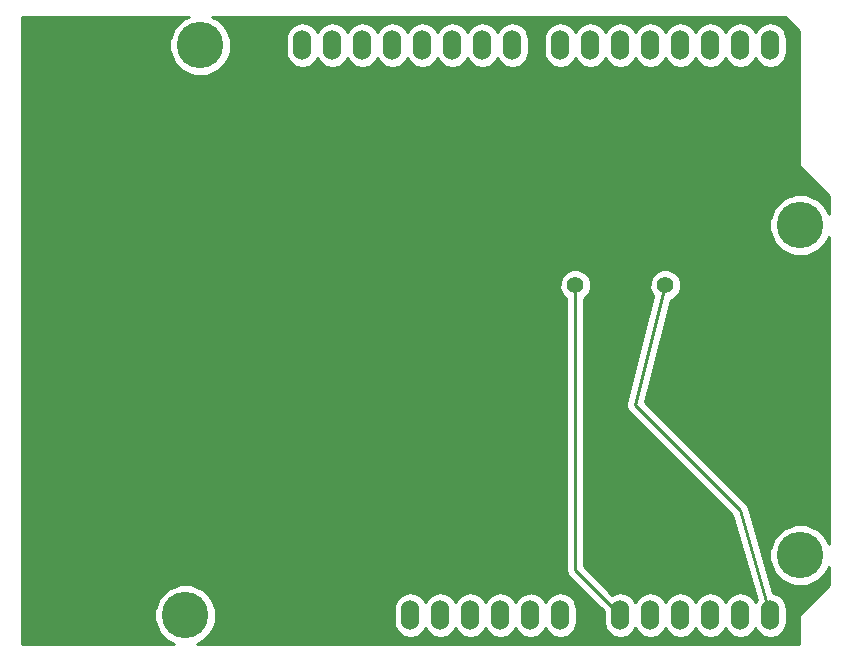
<source format=gbl>
G04 (created by PCBNEW (2013-may-18)-stable) date sam. 15 mars 2014 14:50:51 CET*
%MOIN*%
G04 Gerber Fmt 3.4, Leading zero omitted, Abs format*
%FSLAX34Y34*%
G01*
G70*
G90*
G04 APERTURE LIST*
%ADD10C,0.00590551*%
%ADD11O,0.06X0.1*%
%ADD12C,0.155*%
%ADD13C,0.055*%
%ADD14C,0.01*%
G04 APERTURE END LIST*
G54D10*
G54D11*
X84000Y-73500D03*
X83000Y-73500D03*
X82000Y-73500D03*
X79000Y-73500D03*
X80000Y-73500D03*
X81000Y-73500D03*
X77000Y-73500D03*
X76000Y-73500D03*
X75000Y-73500D03*
X73000Y-73500D03*
X72000Y-73500D03*
X84000Y-54500D03*
X83000Y-54500D03*
X82000Y-54500D03*
X81000Y-54500D03*
X80000Y-54500D03*
X79000Y-54500D03*
X78000Y-54500D03*
X77000Y-54500D03*
X75400Y-54500D03*
X74400Y-54500D03*
X73400Y-54500D03*
X72400Y-54500D03*
X71400Y-54500D03*
X70400Y-54500D03*
X69400Y-54500D03*
X68400Y-54500D03*
X74000Y-73500D03*
G54D12*
X85000Y-71500D03*
X85000Y-60500D03*
X65000Y-54500D03*
X64500Y-73500D03*
G54D13*
X77500Y-62500D03*
X80500Y-62500D03*
G54D14*
X80500Y-62500D02*
X79500Y-66500D01*
X83000Y-70000D02*
X84000Y-73500D01*
X79500Y-66500D02*
X83000Y-70000D01*
X77500Y-62500D02*
X77500Y-72000D01*
X77500Y-72000D02*
X79000Y-73500D01*
G54D10*
G36*
X85950Y-72479D02*
X84950Y-73479D01*
X84950Y-74450D01*
X84550Y-74450D01*
X84550Y-73714D01*
X84550Y-73285D01*
X84508Y-73074D01*
X84388Y-72896D01*
X84210Y-72777D01*
X84096Y-72754D01*
X83288Y-69917D01*
X83280Y-69902D01*
X83277Y-69885D01*
X83254Y-69850D01*
X83235Y-69813D01*
X83221Y-69802D01*
X83212Y-69787D01*
X79832Y-66407D01*
X80683Y-62992D01*
X80797Y-62945D01*
X80944Y-62797D01*
X81024Y-62604D01*
X81025Y-62396D01*
X80945Y-62203D01*
X80797Y-62055D01*
X80604Y-61975D01*
X80396Y-61974D01*
X80203Y-62054D01*
X80055Y-62202D01*
X79975Y-62395D01*
X79974Y-62603D01*
X80054Y-62797D01*
X80102Y-62844D01*
X79208Y-66427D01*
X79207Y-66464D01*
X79200Y-66500D01*
X79204Y-66521D01*
X79203Y-66544D01*
X79215Y-66578D01*
X79222Y-66614D01*
X79235Y-66633D01*
X79242Y-66654D01*
X79267Y-66681D01*
X79287Y-66712D01*
X82732Y-70157D01*
X83542Y-72999D01*
X83500Y-73062D01*
X83490Y-73048D01*
X83488Y-73043D01*
X83477Y-73029D01*
X83388Y-72896D01*
X83210Y-72777D01*
X83000Y-72735D01*
X82789Y-72777D01*
X82611Y-72896D01*
X82522Y-73029D01*
X82511Y-73043D01*
X82509Y-73048D01*
X82500Y-73062D01*
X82490Y-73048D01*
X82488Y-73043D01*
X82477Y-73029D01*
X82388Y-72896D01*
X82210Y-72777D01*
X82000Y-72735D01*
X81789Y-72777D01*
X81611Y-72896D01*
X81522Y-73029D01*
X81511Y-73043D01*
X81509Y-73048D01*
X81500Y-73062D01*
X81490Y-73048D01*
X81488Y-73043D01*
X81477Y-73029D01*
X81388Y-72896D01*
X81210Y-72777D01*
X81000Y-72735D01*
X80789Y-72777D01*
X80611Y-72896D01*
X80522Y-73029D01*
X80511Y-73043D01*
X80509Y-73048D01*
X80500Y-73062D01*
X80490Y-73048D01*
X80488Y-73043D01*
X80477Y-73029D01*
X80388Y-72896D01*
X80210Y-72777D01*
X80000Y-72735D01*
X79789Y-72777D01*
X79611Y-72896D01*
X79522Y-73029D01*
X79511Y-73043D01*
X79509Y-73048D01*
X79500Y-73062D01*
X79388Y-72896D01*
X79210Y-72777D01*
X79000Y-72735D01*
X78789Y-72777D01*
X78736Y-72812D01*
X77800Y-71875D01*
X77800Y-62942D01*
X77944Y-62797D01*
X78024Y-62604D01*
X78025Y-62396D01*
X77945Y-62203D01*
X77797Y-62055D01*
X77604Y-61975D01*
X77396Y-61974D01*
X77203Y-62054D01*
X77055Y-62202D01*
X76975Y-62395D01*
X76974Y-62603D01*
X77054Y-62797D01*
X77200Y-62942D01*
X77200Y-72000D01*
X77222Y-72114D01*
X77287Y-72212D01*
X78450Y-73374D01*
X78450Y-73714D01*
X78491Y-73925D01*
X78611Y-74103D01*
X78789Y-74222D01*
X79000Y-74264D01*
X79210Y-74222D01*
X79388Y-74103D01*
X79500Y-73937D01*
X79509Y-73951D01*
X79511Y-73956D01*
X79522Y-73970D01*
X79611Y-74103D01*
X79789Y-74222D01*
X80000Y-74264D01*
X80210Y-74222D01*
X80388Y-74103D01*
X80477Y-73970D01*
X80488Y-73956D01*
X80490Y-73951D01*
X80500Y-73937D01*
X80509Y-73951D01*
X80511Y-73956D01*
X80522Y-73970D01*
X80611Y-74103D01*
X80789Y-74222D01*
X81000Y-74264D01*
X81210Y-74222D01*
X81388Y-74103D01*
X81477Y-73970D01*
X81488Y-73956D01*
X81490Y-73951D01*
X81500Y-73937D01*
X81509Y-73951D01*
X81511Y-73956D01*
X81522Y-73970D01*
X81611Y-74103D01*
X81789Y-74222D01*
X82000Y-74264D01*
X82210Y-74222D01*
X82388Y-74103D01*
X82477Y-73970D01*
X82488Y-73956D01*
X82490Y-73951D01*
X82500Y-73937D01*
X82509Y-73951D01*
X82511Y-73956D01*
X82522Y-73970D01*
X82611Y-74103D01*
X82789Y-74222D01*
X83000Y-74264D01*
X83210Y-74222D01*
X83388Y-74103D01*
X83477Y-73970D01*
X83488Y-73956D01*
X83490Y-73951D01*
X83500Y-73937D01*
X83611Y-74103D01*
X83789Y-74222D01*
X84000Y-74264D01*
X84210Y-74222D01*
X84388Y-74103D01*
X84508Y-73925D01*
X84550Y-73714D01*
X84550Y-74450D01*
X77550Y-74450D01*
X77550Y-73750D01*
X77550Y-73714D01*
X77550Y-73550D01*
X77550Y-73450D01*
X77550Y-73285D01*
X77550Y-73250D01*
X77528Y-73177D01*
X77508Y-73074D01*
X77490Y-73048D01*
X77488Y-73043D01*
X77477Y-73029D01*
X77388Y-72896D01*
X77210Y-72777D01*
X77000Y-72735D01*
X76789Y-72777D01*
X76611Y-72896D01*
X76522Y-73029D01*
X76511Y-73043D01*
X76509Y-73048D01*
X76500Y-73062D01*
X76490Y-73048D01*
X76488Y-73043D01*
X76477Y-73029D01*
X76388Y-72896D01*
X76210Y-72777D01*
X76000Y-72735D01*
X75950Y-72745D01*
X75950Y-54750D01*
X75950Y-54714D01*
X75950Y-54550D01*
X75950Y-54450D01*
X75950Y-54285D01*
X75950Y-54250D01*
X75928Y-54177D01*
X75908Y-54074D01*
X75890Y-54048D01*
X75888Y-54043D01*
X75877Y-54029D01*
X75788Y-53896D01*
X75610Y-53777D01*
X75400Y-53735D01*
X75189Y-53777D01*
X75011Y-53896D01*
X74922Y-54029D01*
X74911Y-54043D01*
X74909Y-54048D01*
X74900Y-54062D01*
X74890Y-54048D01*
X74888Y-54043D01*
X74877Y-54029D01*
X74788Y-53896D01*
X74610Y-53777D01*
X74400Y-53735D01*
X74189Y-53777D01*
X74011Y-53896D01*
X73922Y-54029D01*
X73911Y-54043D01*
X73909Y-54048D01*
X73900Y-54062D01*
X73890Y-54048D01*
X73888Y-54043D01*
X73877Y-54029D01*
X73788Y-53896D01*
X73610Y-53777D01*
X73400Y-53735D01*
X73189Y-53777D01*
X73011Y-53896D01*
X72922Y-54029D01*
X72911Y-54043D01*
X72909Y-54048D01*
X72900Y-54062D01*
X72890Y-54048D01*
X72888Y-54043D01*
X72877Y-54029D01*
X72788Y-53896D01*
X72610Y-53777D01*
X72400Y-53735D01*
X72189Y-53777D01*
X72011Y-53896D01*
X71922Y-54029D01*
X71911Y-54043D01*
X71909Y-54048D01*
X71900Y-54062D01*
X71890Y-54048D01*
X71888Y-54043D01*
X71877Y-54029D01*
X71788Y-53896D01*
X71610Y-53777D01*
X71400Y-53735D01*
X71189Y-53777D01*
X71011Y-53896D01*
X70922Y-54029D01*
X70911Y-54043D01*
X70909Y-54048D01*
X70900Y-54062D01*
X70890Y-54048D01*
X70888Y-54043D01*
X70877Y-54029D01*
X70788Y-53896D01*
X70610Y-53777D01*
X70400Y-53735D01*
X70189Y-53777D01*
X70011Y-53896D01*
X69922Y-54029D01*
X69911Y-54043D01*
X69909Y-54048D01*
X69900Y-54062D01*
X69890Y-54048D01*
X69888Y-54043D01*
X69877Y-54029D01*
X69788Y-53896D01*
X69610Y-53777D01*
X69400Y-53735D01*
X69189Y-53777D01*
X69011Y-53896D01*
X68922Y-54029D01*
X68911Y-54043D01*
X68909Y-54048D01*
X68900Y-54062D01*
X68890Y-54048D01*
X68888Y-54043D01*
X68877Y-54029D01*
X68788Y-53896D01*
X68610Y-53777D01*
X68400Y-53735D01*
X68189Y-53777D01*
X68011Y-53896D01*
X67922Y-54029D01*
X67911Y-54043D01*
X67909Y-54048D01*
X67891Y-54074D01*
X67871Y-54177D01*
X67850Y-54250D01*
X67850Y-54285D01*
X67850Y-54450D01*
X67850Y-54550D01*
X67850Y-54714D01*
X67850Y-54750D01*
X67871Y-54822D01*
X67891Y-54925D01*
X67909Y-54951D01*
X67911Y-54956D01*
X67922Y-54970D01*
X68011Y-55103D01*
X68189Y-55222D01*
X68400Y-55264D01*
X68610Y-55222D01*
X68788Y-55103D01*
X68877Y-54970D01*
X68888Y-54956D01*
X68890Y-54951D01*
X68900Y-54937D01*
X68909Y-54951D01*
X68911Y-54956D01*
X68922Y-54970D01*
X69011Y-55103D01*
X69189Y-55222D01*
X69400Y-55264D01*
X69610Y-55222D01*
X69788Y-55103D01*
X69877Y-54970D01*
X69888Y-54956D01*
X69890Y-54951D01*
X69900Y-54937D01*
X69909Y-54951D01*
X69911Y-54956D01*
X69922Y-54970D01*
X70011Y-55103D01*
X70189Y-55222D01*
X70400Y-55264D01*
X70610Y-55222D01*
X70788Y-55103D01*
X70877Y-54970D01*
X70888Y-54956D01*
X70890Y-54951D01*
X70900Y-54937D01*
X70909Y-54951D01*
X70911Y-54956D01*
X70922Y-54970D01*
X71011Y-55103D01*
X71189Y-55222D01*
X71400Y-55264D01*
X71610Y-55222D01*
X71788Y-55103D01*
X71877Y-54970D01*
X71888Y-54956D01*
X71890Y-54951D01*
X71900Y-54937D01*
X71909Y-54951D01*
X71911Y-54956D01*
X71922Y-54970D01*
X72011Y-55103D01*
X72189Y-55222D01*
X72400Y-55264D01*
X72610Y-55222D01*
X72788Y-55103D01*
X72877Y-54970D01*
X72888Y-54956D01*
X72890Y-54951D01*
X72900Y-54937D01*
X72909Y-54951D01*
X72911Y-54956D01*
X72922Y-54970D01*
X73011Y-55103D01*
X73189Y-55222D01*
X73400Y-55264D01*
X73610Y-55222D01*
X73788Y-55103D01*
X73877Y-54970D01*
X73888Y-54956D01*
X73890Y-54951D01*
X73900Y-54937D01*
X73909Y-54951D01*
X73911Y-54956D01*
X73922Y-54970D01*
X74011Y-55103D01*
X74189Y-55222D01*
X74400Y-55264D01*
X74610Y-55222D01*
X74788Y-55103D01*
X74877Y-54970D01*
X74888Y-54956D01*
X74890Y-54951D01*
X74900Y-54937D01*
X74909Y-54951D01*
X74911Y-54956D01*
X74922Y-54970D01*
X75011Y-55103D01*
X75189Y-55222D01*
X75400Y-55264D01*
X75610Y-55222D01*
X75788Y-55103D01*
X75877Y-54970D01*
X75888Y-54956D01*
X75890Y-54951D01*
X75908Y-54925D01*
X75928Y-54822D01*
X75950Y-54750D01*
X75950Y-72745D01*
X75789Y-72777D01*
X75611Y-72896D01*
X75522Y-73029D01*
X75511Y-73043D01*
X75509Y-73048D01*
X75500Y-73062D01*
X75490Y-73048D01*
X75488Y-73043D01*
X75477Y-73029D01*
X75388Y-72896D01*
X75210Y-72777D01*
X75000Y-72735D01*
X74789Y-72777D01*
X74611Y-72896D01*
X74522Y-73029D01*
X74511Y-73043D01*
X74509Y-73048D01*
X74500Y-73062D01*
X74490Y-73048D01*
X74488Y-73043D01*
X74477Y-73029D01*
X74388Y-72896D01*
X74210Y-72777D01*
X74000Y-72735D01*
X73789Y-72777D01*
X73611Y-72896D01*
X73522Y-73029D01*
X73511Y-73043D01*
X73509Y-73048D01*
X73500Y-73062D01*
X73490Y-73048D01*
X73488Y-73043D01*
X73477Y-73029D01*
X73388Y-72896D01*
X73210Y-72777D01*
X73000Y-72735D01*
X72789Y-72777D01*
X72611Y-72896D01*
X72522Y-73029D01*
X72511Y-73043D01*
X72509Y-73048D01*
X72500Y-73062D01*
X72490Y-73048D01*
X72488Y-73043D01*
X72477Y-73029D01*
X72388Y-72896D01*
X72210Y-72777D01*
X72000Y-72735D01*
X71789Y-72777D01*
X71611Y-72896D01*
X71522Y-73029D01*
X71511Y-73043D01*
X71509Y-73048D01*
X71491Y-73074D01*
X71471Y-73177D01*
X71450Y-73250D01*
X71450Y-73285D01*
X71450Y-73450D01*
X71450Y-73550D01*
X71450Y-73714D01*
X71450Y-73750D01*
X71471Y-73822D01*
X71491Y-73925D01*
X71509Y-73951D01*
X71511Y-73956D01*
X71522Y-73970D01*
X71611Y-74103D01*
X71789Y-74222D01*
X72000Y-74264D01*
X72210Y-74222D01*
X72388Y-74103D01*
X72477Y-73970D01*
X72488Y-73956D01*
X72490Y-73951D01*
X72500Y-73937D01*
X72509Y-73951D01*
X72511Y-73956D01*
X72522Y-73970D01*
X72611Y-74103D01*
X72789Y-74222D01*
X73000Y-74264D01*
X73210Y-74222D01*
X73388Y-74103D01*
X73477Y-73970D01*
X73488Y-73956D01*
X73490Y-73951D01*
X73500Y-73937D01*
X73509Y-73951D01*
X73511Y-73956D01*
X73522Y-73970D01*
X73611Y-74103D01*
X73789Y-74222D01*
X74000Y-74264D01*
X74210Y-74222D01*
X74388Y-74103D01*
X74477Y-73970D01*
X74488Y-73956D01*
X74490Y-73951D01*
X74500Y-73937D01*
X74509Y-73951D01*
X74511Y-73956D01*
X74522Y-73970D01*
X74611Y-74103D01*
X74789Y-74222D01*
X75000Y-74264D01*
X75210Y-74222D01*
X75388Y-74103D01*
X75477Y-73970D01*
X75488Y-73956D01*
X75490Y-73951D01*
X75500Y-73937D01*
X75509Y-73951D01*
X75511Y-73956D01*
X75522Y-73970D01*
X75611Y-74103D01*
X75789Y-74222D01*
X76000Y-74264D01*
X76210Y-74222D01*
X76388Y-74103D01*
X76477Y-73970D01*
X76488Y-73956D01*
X76490Y-73951D01*
X76500Y-73937D01*
X76509Y-73951D01*
X76511Y-73956D01*
X76522Y-73970D01*
X76611Y-74103D01*
X76789Y-74222D01*
X77000Y-74264D01*
X77210Y-74222D01*
X77388Y-74103D01*
X77477Y-73970D01*
X77488Y-73956D01*
X77490Y-73951D01*
X77508Y-73925D01*
X77528Y-73822D01*
X77550Y-73750D01*
X77550Y-74450D01*
X64889Y-74450D01*
X65073Y-74373D01*
X65074Y-74371D01*
X65079Y-74369D01*
X65368Y-74081D01*
X65371Y-74074D01*
X65373Y-74073D01*
X65448Y-73888D01*
X65524Y-73704D01*
X65524Y-73699D01*
X65526Y-73695D01*
X65525Y-73496D01*
X65525Y-73297D01*
X65523Y-73292D01*
X65523Y-73287D01*
X65373Y-72926D01*
X65371Y-72925D01*
X65369Y-72920D01*
X65081Y-72631D01*
X65074Y-72628D01*
X65073Y-72626D01*
X64888Y-72551D01*
X64704Y-72475D01*
X64699Y-72475D01*
X64695Y-72473D01*
X64496Y-72474D01*
X64297Y-72474D01*
X64292Y-72476D01*
X64287Y-72476D01*
X63926Y-72626D01*
X63925Y-72628D01*
X63920Y-72630D01*
X63631Y-72918D01*
X63628Y-72925D01*
X63626Y-72926D01*
X63551Y-73111D01*
X63475Y-73295D01*
X63475Y-73300D01*
X63473Y-73304D01*
X63474Y-73503D01*
X63474Y-73702D01*
X63476Y-73707D01*
X63476Y-73712D01*
X63626Y-74073D01*
X63628Y-74074D01*
X63630Y-74079D01*
X63918Y-74368D01*
X63925Y-74371D01*
X63926Y-74373D01*
X64111Y-74448D01*
X64115Y-74450D01*
X59050Y-74450D01*
X59050Y-53550D01*
X64610Y-53550D01*
X64426Y-53626D01*
X64425Y-53628D01*
X64420Y-53630D01*
X64131Y-53918D01*
X64128Y-53925D01*
X64126Y-53926D01*
X64051Y-54111D01*
X63975Y-54295D01*
X63975Y-54300D01*
X63973Y-54304D01*
X63974Y-54503D01*
X63974Y-54702D01*
X63976Y-54707D01*
X63976Y-54712D01*
X64126Y-55073D01*
X64128Y-55074D01*
X64130Y-55079D01*
X64418Y-55368D01*
X64425Y-55371D01*
X64426Y-55373D01*
X64611Y-55448D01*
X64795Y-55524D01*
X64800Y-55524D01*
X64804Y-55526D01*
X65003Y-55525D01*
X65202Y-55525D01*
X65207Y-55523D01*
X65212Y-55523D01*
X65573Y-55373D01*
X65574Y-55371D01*
X65579Y-55369D01*
X65868Y-55081D01*
X65871Y-55074D01*
X65873Y-55073D01*
X65948Y-54888D01*
X66024Y-54704D01*
X66024Y-54699D01*
X66026Y-54695D01*
X66025Y-54496D01*
X66025Y-54297D01*
X66023Y-54292D01*
X66023Y-54287D01*
X65873Y-53926D01*
X65871Y-53925D01*
X65869Y-53920D01*
X65581Y-53631D01*
X65574Y-53628D01*
X65573Y-53626D01*
X65388Y-53551D01*
X65384Y-53550D01*
X84479Y-53550D01*
X84950Y-54020D01*
X84950Y-58520D01*
X85950Y-59520D01*
X85950Y-60110D01*
X85873Y-59926D01*
X85871Y-59925D01*
X85869Y-59920D01*
X85581Y-59631D01*
X85574Y-59628D01*
X85573Y-59626D01*
X85388Y-59551D01*
X85204Y-59475D01*
X85199Y-59475D01*
X85195Y-59473D01*
X84996Y-59474D01*
X84797Y-59474D01*
X84792Y-59476D01*
X84787Y-59476D01*
X84550Y-59575D01*
X84550Y-54750D01*
X84550Y-54714D01*
X84550Y-54550D01*
X84550Y-54450D01*
X84550Y-54285D01*
X84550Y-54250D01*
X84528Y-54177D01*
X84508Y-54074D01*
X84490Y-54048D01*
X84488Y-54043D01*
X84477Y-54029D01*
X84388Y-53896D01*
X84210Y-53777D01*
X84000Y-53735D01*
X83789Y-53777D01*
X83611Y-53896D01*
X83522Y-54029D01*
X83511Y-54043D01*
X83509Y-54048D01*
X83500Y-54062D01*
X83490Y-54048D01*
X83488Y-54043D01*
X83477Y-54029D01*
X83388Y-53896D01*
X83210Y-53777D01*
X83000Y-53735D01*
X82789Y-53777D01*
X82611Y-53896D01*
X82522Y-54029D01*
X82511Y-54043D01*
X82509Y-54048D01*
X82500Y-54062D01*
X82490Y-54048D01*
X82488Y-54043D01*
X82477Y-54029D01*
X82388Y-53896D01*
X82210Y-53777D01*
X82000Y-53735D01*
X81789Y-53777D01*
X81611Y-53896D01*
X81522Y-54029D01*
X81511Y-54043D01*
X81509Y-54048D01*
X81500Y-54062D01*
X81490Y-54048D01*
X81488Y-54043D01*
X81477Y-54029D01*
X81388Y-53896D01*
X81210Y-53777D01*
X81000Y-53735D01*
X80789Y-53777D01*
X80611Y-53896D01*
X80522Y-54029D01*
X80511Y-54043D01*
X80509Y-54048D01*
X80500Y-54062D01*
X80490Y-54048D01*
X80488Y-54043D01*
X80477Y-54029D01*
X80388Y-53896D01*
X80210Y-53777D01*
X80000Y-53735D01*
X79789Y-53777D01*
X79611Y-53896D01*
X79522Y-54029D01*
X79511Y-54043D01*
X79509Y-54048D01*
X79500Y-54062D01*
X79490Y-54048D01*
X79488Y-54043D01*
X79477Y-54029D01*
X79388Y-53896D01*
X79210Y-53777D01*
X79000Y-53735D01*
X78789Y-53777D01*
X78611Y-53896D01*
X78522Y-54029D01*
X78511Y-54043D01*
X78509Y-54048D01*
X78500Y-54062D01*
X78490Y-54048D01*
X78488Y-54043D01*
X78477Y-54029D01*
X78388Y-53896D01*
X78210Y-53777D01*
X78000Y-53735D01*
X77789Y-53777D01*
X77611Y-53896D01*
X77522Y-54029D01*
X77511Y-54043D01*
X77509Y-54048D01*
X77500Y-54062D01*
X77490Y-54048D01*
X77488Y-54043D01*
X77477Y-54029D01*
X77388Y-53896D01*
X77210Y-53777D01*
X77000Y-53735D01*
X76789Y-53777D01*
X76611Y-53896D01*
X76522Y-54029D01*
X76511Y-54043D01*
X76509Y-54048D01*
X76491Y-54074D01*
X76471Y-54177D01*
X76450Y-54250D01*
X76450Y-54285D01*
X76450Y-54450D01*
X76450Y-54550D01*
X76450Y-54714D01*
X76450Y-54750D01*
X76471Y-54822D01*
X76491Y-54925D01*
X76509Y-54951D01*
X76511Y-54956D01*
X76522Y-54970D01*
X76611Y-55103D01*
X76789Y-55222D01*
X77000Y-55264D01*
X77210Y-55222D01*
X77388Y-55103D01*
X77477Y-54970D01*
X77488Y-54956D01*
X77490Y-54951D01*
X77500Y-54937D01*
X77509Y-54951D01*
X77511Y-54956D01*
X77522Y-54970D01*
X77611Y-55103D01*
X77789Y-55222D01*
X78000Y-55264D01*
X78210Y-55222D01*
X78388Y-55103D01*
X78477Y-54970D01*
X78488Y-54956D01*
X78490Y-54951D01*
X78500Y-54937D01*
X78509Y-54951D01*
X78511Y-54956D01*
X78522Y-54970D01*
X78611Y-55103D01*
X78789Y-55222D01*
X79000Y-55264D01*
X79210Y-55222D01*
X79388Y-55103D01*
X79477Y-54970D01*
X79488Y-54956D01*
X79490Y-54951D01*
X79500Y-54937D01*
X79509Y-54951D01*
X79511Y-54956D01*
X79522Y-54970D01*
X79611Y-55103D01*
X79789Y-55222D01*
X80000Y-55264D01*
X80210Y-55222D01*
X80388Y-55103D01*
X80477Y-54970D01*
X80488Y-54956D01*
X80490Y-54951D01*
X80500Y-54937D01*
X80509Y-54951D01*
X80511Y-54956D01*
X80522Y-54970D01*
X80611Y-55103D01*
X80789Y-55222D01*
X81000Y-55264D01*
X81210Y-55222D01*
X81388Y-55103D01*
X81477Y-54970D01*
X81488Y-54956D01*
X81490Y-54951D01*
X81500Y-54937D01*
X81509Y-54951D01*
X81511Y-54956D01*
X81522Y-54970D01*
X81611Y-55103D01*
X81789Y-55222D01*
X82000Y-55264D01*
X82210Y-55222D01*
X82388Y-55103D01*
X82477Y-54970D01*
X82488Y-54956D01*
X82490Y-54951D01*
X82500Y-54937D01*
X82509Y-54951D01*
X82511Y-54956D01*
X82522Y-54970D01*
X82611Y-55103D01*
X82789Y-55222D01*
X83000Y-55264D01*
X83210Y-55222D01*
X83388Y-55103D01*
X83477Y-54970D01*
X83488Y-54956D01*
X83490Y-54951D01*
X83500Y-54937D01*
X83509Y-54951D01*
X83511Y-54956D01*
X83522Y-54970D01*
X83611Y-55103D01*
X83789Y-55222D01*
X84000Y-55264D01*
X84210Y-55222D01*
X84388Y-55103D01*
X84477Y-54970D01*
X84488Y-54956D01*
X84490Y-54951D01*
X84508Y-54925D01*
X84528Y-54822D01*
X84550Y-54750D01*
X84550Y-59575D01*
X84426Y-59626D01*
X84425Y-59628D01*
X84420Y-59630D01*
X84131Y-59918D01*
X84128Y-59925D01*
X84126Y-59926D01*
X84051Y-60111D01*
X83975Y-60295D01*
X83975Y-60300D01*
X83973Y-60304D01*
X83974Y-60503D01*
X83974Y-60702D01*
X83976Y-60707D01*
X83976Y-60712D01*
X84126Y-61073D01*
X84128Y-61074D01*
X84130Y-61079D01*
X84418Y-61368D01*
X84425Y-61371D01*
X84426Y-61373D01*
X84611Y-61448D01*
X84795Y-61524D01*
X84800Y-61524D01*
X84804Y-61526D01*
X85003Y-61525D01*
X85202Y-61525D01*
X85207Y-61523D01*
X85212Y-61523D01*
X85573Y-61373D01*
X85574Y-61371D01*
X85579Y-61369D01*
X85868Y-61081D01*
X85871Y-61074D01*
X85873Y-61073D01*
X85948Y-60888D01*
X85950Y-60884D01*
X85950Y-71110D01*
X85873Y-70926D01*
X85871Y-70925D01*
X85869Y-70920D01*
X85581Y-70631D01*
X85574Y-70628D01*
X85573Y-70626D01*
X85388Y-70551D01*
X85204Y-70475D01*
X85199Y-70475D01*
X85195Y-70473D01*
X84996Y-70474D01*
X84797Y-70474D01*
X84792Y-70476D01*
X84787Y-70476D01*
X84426Y-70626D01*
X84425Y-70628D01*
X84420Y-70630D01*
X84131Y-70918D01*
X84128Y-70925D01*
X84126Y-70926D01*
X84051Y-71111D01*
X83975Y-71295D01*
X83975Y-71300D01*
X83973Y-71304D01*
X83974Y-71503D01*
X83974Y-71702D01*
X83976Y-71707D01*
X83976Y-71712D01*
X84126Y-72073D01*
X84128Y-72074D01*
X84130Y-72079D01*
X84418Y-72368D01*
X84425Y-72371D01*
X84426Y-72373D01*
X84611Y-72448D01*
X84795Y-72524D01*
X84800Y-72524D01*
X84804Y-72526D01*
X85003Y-72525D01*
X85202Y-72525D01*
X85207Y-72523D01*
X85212Y-72523D01*
X85573Y-72373D01*
X85574Y-72371D01*
X85579Y-72369D01*
X85868Y-72081D01*
X85871Y-72074D01*
X85873Y-72073D01*
X85948Y-71888D01*
X85950Y-71884D01*
X85950Y-72479D01*
X85950Y-72479D01*
G37*
G54D14*
X85950Y-72479D02*
X84950Y-73479D01*
X84950Y-74450D01*
X84550Y-74450D01*
X84550Y-73714D01*
X84550Y-73285D01*
X84508Y-73074D01*
X84388Y-72896D01*
X84210Y-72777D01*
X84096Y-72754D01*
X83288Y-69917D01*
X83280Y-69902D01*
X83277Y-69885D01*
X83254Y-69850D01*
X83235Y-69813D01*
X83221Y-69802D01*
X83212Y-69787D01*
X79832Y-66407D01*
X80683Y-62992D01*
X80797Y-62945D01*
X80944Y-62797D01*
X81024Y-62604D01*
X81025Y-62396D01*
X80945Y-62203D01*
X80797Y-62055D01*
X80604Y-61975D01*
X80396Y-61974D01*
X80203Y-62054D01*
X80055Y-62202D01*
X79975Y-62395D01*
X79974Y-62603D01*
X80054Y-62797D01*
X80102Y-62844D01*
X79208Y-66427D01*
X79207Y-66464D01*
X79200Y-66500D01*
X79204Y-66521D01*
X79203Y-66544D01*
X79215Y-66578D01*
X79222Y-66614D01*
X79235Y-66633D01*
X79242Y-66654D01*
X79267Y-66681D01*
X79287Y-66712D01*
X82732Y-70157D01*
X83542Y-72999D01*
X83500Y-73062D01*
X83490Y-73048D01*
X83488Y-73043D01*
X83477Y-73029D01*
X83388Y-72896D01*
X83210Y-72777D01*
X83000Y-72735D01*
X82789Y-72777D01*
X82611Y-72896D01*
X82522Y-73029D01*
X82511Y-73043D01*
X82509Y-73048D01*
X82500Y-73062D01*
X82490Y-73048D01*
X82488Y-73043D01*
X82477Y-73029D01*
X82388Y-72896D01*
X82210Y-72777D01*
X82000Y-72735D01*
X81789Y-72777D01*
X81611Y-72896D01*
X81522Y-73029D01*
X81511Y-73043D01*
X81509Y-73048D01*
X81500Y-73062D01*
X81490Y-73048D01*
X81488Y-73043D01*
X81477Y-73029D01*
X81388Y-72896D01*
X81210Y-72777D01*
X81000Y-72735D01*
X80789Y-72777D01*
X80611Y-72896D01*
X80522Y-73029D01*
X80511Y-73043D01*
X80509Y-73048D01*
X80500Y-73062D01*
X80490Y-73048D01*
X80488Y-73043D01*
X80477Y-73029D01*
X80388Y-72896D01*
X80210Y-72777D01*
X80000Y-72735D01*
X79789Y-72777D01*
X79611Y-72896D01*
X79522Y-73029D01*
X79511Y-73043D01*
X79509Y-73048D01*
X79500Y-73062D01*
X79388Y-72896D01*
X79210Y-72777D01*
X79000Y-72735D01*
X78789Y-72777D01*
X78736Y-72812D01*
X77800Y-71875D01*
X77800Y-62942D01*
X77944Y-62797D01*
X78024Y-62604D01*
X78025Y-62396D01*
X77945Y-62203D01*
X77797Y-62055D01*
X77604Y-61975D01*
X77396Y-61974D01*
X77203Y-62054D01*
X77055Y-62202D01*
X76975Y-62395D01*
X76974Y-62603D01*
X77054Y-62797D01*
X77200Y-62942D01*
X77200Y-72000D01*
X77222Y-72114D01*
X77287Y-72212D01*
X78450Y-73374D01*
X78450Y-73714D01*
X78491Y-73925D01*
X78611Y-74103D01*
X78789Y-74222D01*
X79000Y-74264D01*
X79210Y-74222D01*
X79388Y-74103D01*
X79500Y-73937D01*
X79509Y-73951D01*
X79511Y-73956D01*
X79522Y-73970D01*
X79611Y-74103D01*
X79789Y-74222D01*
X80000Y-74264D01*
X80210Y-74222D01*
X80388Y-74103D01*
X80477Y-73970D01*
X80488Y-73956D01*
X80490Y-73951D01*
X80500Y-73937D01*
X80509Y-73951D01*
X80511Y-73956D01*
X80522Y-73970D01*
X80611Y-74103D01*
X80789Y-74222D01*
X81000Y-74264D01*
X81210Y-74222D01*
X81388Y-74103D01*
X81477Y-73970D01*
X81488Y-73956D01*
X81490Y-73951D01*
X81500Y-73937D01*
X81509Y-73951D01*
X81511Y-73956D01*
X81522Y-73970D01*
X81611Y-74103D01*
X81789Y-74222D01*
X82000Y-74264D01*
X82210Y-74222D01*
X82388Y-74103D01*
X82477Y-73970D01*
X82488Y-73956D01*
X82490Y-73951D01*
X82500Y-73937D01*
X82509Y-73951D01*
X82511Y-73956D01*
X82522Y-73970D01*
X82611Y-74103D01*
X82789Y-74222D01*
X83000Y-74264D01*
X83210Y-74222D01*
X83388Y-74103D01*
X83477Y-73970D01*
X83488Y-73956D01*
X83490Y-73951D01*
X83500Y-73937D01*
X83611Y-74103D01*
X83789Y-74222D01*
X84000Y-74264D01*
X84210Y-74222D01*
X84388Y-74103D01*
X84508Y-73925D01*
X84550Y-73714D01*
X84550Y-74450D01*
X77550Y-74450D01*
X77550Y-73750D01*
X77550Y-73714D01*
X77550Y-73550D01*
X77550Y-73450D01*
X77550Y-73285D01*
X77550Y-73250D01*
X77528Y-73177D01*
X77508Y-73074D01*
X77490Y-73048D01*
X77488Y-73043D01*
X77477Y-73029D01*
X77388Y-72896D01*
X77210Y-72777D01*
X77000Y-72735D01*
X76789Y-72777D01*
X76611Y-72896D01*
X76522Y-73029D01*
X76511Y-73043D01*
X76509Y-73048D01*
X76500Y-73062D01*
X76490Y-73048D01*
X76488Y-73043D01*
X76477Y-73029D01*
X76388Y-72896D01*
X76210Y-72777D01*
X76000Y-72735D01*
X75950Y-72745D01*
X75950Y-54750D01*
X75950Y-54714D01*
X75950Y-54550D01*
X75950Y-54450D01*
X75950Y-54285D01*
X75950Y-54250D01*
X75928Y-54177D01*
X75908Y-54074D01*
X75890Y-54048D01*
X75888Y-54043D01*
X75877Y-54029D01*
X75788Y-53896D01*
X75610Y-53777D01*
X75400Y-53735D01*
X75189Y-53777D01*
X75011Y-53896D01*
X74922Y-54029D01*
X74911Y-54043D01*
X74909Y-54048D01*
X74900Y-54062D01*
X74890Y-54048D01*
X74888Y-54043D01*
X74877Y-54029D01*
X74788Y-53896D01*
X74610Y-53777D01*
X74400Y-53735D01*
X74189Y-53777D01*
X74011Y-53896D01*
X73922Y-54029D01*
X73911Y-54043D01*
X73909Y-54048D01*
X73900Y-54062D01*
X73890Y-54048D01*
X73888Y-54043D01*
X73877Y-54029D01*
X73788Y-53896D01*
X73610Y-53777D01*
X73400Y-53735D01*
X73189Y-53777D01*
X73011Y-53896D01*
X72922Y-54029D01*
X72911Y-54043D01*
X72909Y-54048D01*
X72900Y-54062D01*
X72890Y-54048D01*
X72888Y-54043D01*
X72877Y-54029D01*
X72788Y-53896D01*
X72610Y-53777D01*
X72400Y-53735D01*
X72189Y-53777D01*
X72011Y-53896D01*
X71922Y-54029D01*
X71911Y-54043D01*
X71909Y-54048D01*
X71900Y-54062D01*
X71890Y-54048D01*
X71888Y-54043D01*
X71877Y-54029D01*
X71788Y-53896D01*
X71610Y-53777D01*
X71400Y-53735D01*
X71189Y-53777D01*
X71011Y-53896D01*
X70922Y-54029D01*
X70911Y-54043D01*
X70909Y-54048D01*
X70900Y-54062D01*
X70890Y-54048D01*
X70888Y-54043D01*
X70877Y-54029D01*
X70788Y-53896D01*
X70610Y-53777D01*
X70400Y-53735D01*
X70189Y-53777D01*
X70011Y-53896D01*
X69922Y-54029D01*
X69911Y-54043D01*
X69909Y-54048D01*
X69900Y-54062D01*
X69890Y-54048D01*
X69888Y-54043D01*
X69877Y-54029D01*
X69788Y-53896D01*
X69610Y-53777D01*
X69400Y-53735D01*
X69189Y-53777D01*
X69011Y-53896D01*
X68922Y-54029D01*
X68911Y-54043D01*
X68909Y-54048D01*
X68900Y-54062D01*
X68890Y-54048D01*
X68888Y-54043D01*
X68877Y-54029D01*
X68788Y-53896D01*
X68610Y-53777D01*
X68400Y-53735D01*
X68189Y-53777D01*
X68011Y-53896D01*
X67922Y-54029D01*
X67911Y-54043D01*
X67909Y-54048D01*
X67891Y-54074D01*
X67871Y-54177D01*
X67850Y-54250D01*
X67850Y-54285D01*
X67850Y-54450D01*
X67850Y-54550D01*
X67850Y-54714D01*
X67850Y-54750D01*
X67871Y-54822D01*
X67891Y-54925D01*
X67909Y-54951D01*
X67911Y-54956D01*
X67922Y-54970D01*
X68011Y-55103D01*
X68189Y-55222D01*
X68400Y-55264D01*
X68610Y-55222D01*
X68788Y-55103D01*
X68877Y-54970D01*
X68888Y-54956D01*
X68890Y-54951D01*
X68900Y-54937D01*
X68909Y-54951D01*
X68911Y-54956D01*
X68922Y-54970D01*
X69011Y-55103D01*
X69189Y-55222D01*
X69400Y-55264D01*
X69610Y-55222D01*
X69788Y-55103D01*
X69877Y-54970D01*
X69888Y-54956D01*
X69890Y-54951D01*
X69900Y-54937D01*
X69909Y-54951D01*
X69911Y-54956D01*
X69922Y-54970D01*
X70011Y-55103D01*
X70189Y-55222D01*
X70400Y-55264D01*
X70610Y-55222D01*
X70788Y-55103D01*
X70877Y-54970D01*
X70888Y-54956D01*
X70890Y-54951D01*
X70900Y-54937D01*
X70909Y-54951D01*
X70911Y-54956D01*
X70922Y-54970D01*
X71011Y-55103D01*
X71189Y-55222D01*
X71400Y-55264D01*
X71610Y-55222D01*
X71788Y-55103D01*
X71877Y-54970D01*
X71888Y-54956D01*
X71890Y-54951D01*
X71900Y-54937D01*
X71909Y-54951D01*
X71911Y-54956D01*
X71922Y-54970D01*
X72011Y-55103D01*
X72189Y-55222D01*
X72400Y-55264D01*
X72610Y-55222D01*
X72788Y-55103D01*
X72877Y-54970D01*
X72888Y-54956D01*
X72890Y-54951D01*
X72900Y-54937D01*
X72909Y-54951D01*
X72911Y-54956D01*
X72922Y-54970D01*
X73011Y-55103D01*
X73189Y-55222D01*
X73400Y-55264D01*
X73610Y-55222D01*
X73788Y-55103D01*
X73877Y-54970D01*
X73888Y-54956D01*
X73890Y-54951D01*
X73900Y-54937D01*
X73909Y-54951D01*
X73911Y-54956D01*
X73922Y-54970D01*
X74011Y-55103D01*
X74189Y-55222D01*
X74400Y-55264D01*
X74610Y-55222D01*
X74788Y-55103D01*
X74877Y-54970D01*
X74888Y-54956D01*
X74890Y-54951D01*
X74900Y-54937D01*
X74909Y-54951D01*
X74911Y-54956D01*
X74922Y-54970D01*
X75011Y-55103D01*
X75189Y-55222D01*
X75400Y-55264D01*
X75610Y-55222D01*
X75788Y-55103D01*
X75877Y-54970D01*
X75888Y-54956D01*
X75890Y-54951D01*
X75908Y-54925D01*
X75928Y-54822D01*
X75950Y-54750D01*
X75950Y-72745D01*
X75789Y-72777D01*
X75611Y-72896D01*
X75522Y-73029D01*
X75511Y-73043D01*
X75509Y-73048D01*
X75500Y-73062D01*
X75490Y-73048D01*
X75488Y-73043D01*
X75477Y-73029D01*
X75388Y-72896D01*
X75210Y-72777D01*
X75000Y-72735D01*
X74789Y-72777D01*
X74611Y-72896D01*
X74522Y-73029D01*
X74511Y-73043D01*
X74509Y-73048D01*
X74500Y-73062D01*
X74490Y-73048D01*
X74488Y-73043D01*
X74477Y-73029D01*
X74388Y-72896D01*
X74210Y-72777D01*
X74000Y-72735D01*
X73789Y-72777D01*
X73611Y-72896D01*
X73522Y-73029D01*
X73511Y-73043D01*
X73509Y-73048D01*
X73500Y-73062D01*
X73490Y-73048D01*
X73488Y-73043D01*
X73477Y-73029D01*
X73388Y-72896D01*
X73210Y-72777D01*
X73000Y-72735D01*
X72789Y-72777D01*
X72611Y-72896D01*
X72522Y-73029D01*
X72511Y-73043D01*
X72509Y-73048D01*
X72500Y-73062D01*
X72490Y-73048D01*
X72488Y-73043D01*
X72477Y-73029D01*
X72388Y-72896D01*
X72210Y-72777D01*
X72000Y-72735D01*
X71789Y-72777D01*
X71611Y-72896D01*
X71522Y-73029D01*
X71511Y-73043D01*
X71509Y-73048D01*
X71491Y-73074D01*
X71471Y-73177D01*
X71450Y-73250D01*
X71450Y-73285D01*
X71450Y-73450D01*
X71450Y-73550D01*
X71450Y-73714D01*
X71450Y-73750D01*
X71471Y-73822D01*
X71491Y-73925D01*
X71509Y-73951D01*
X71511Y-73956D01*
X71522Y-73970D01*
X71611Y-74103D01*
X71789Y-74222D01*
X72000Y-74264D01*
X72210Y-74222D01*
X72388Y-74103D01*
X72477Y-73970D01*
X72488Y-73956D01*
X72490Y-73951D01*
X72500Y-73937D01*
X72509Y-73951D01*
X72511Y-73956D01*
X72522Y-73970D01*
X72611Y-74103D01*
X72789Y-74222D01*
X73000Y-74264D01*
X73210Y-74222D01*
X73388Y-74103D01*
X73477Y-73970D01*
X73488Y-73956D01*
X73490Y-73951D01*
X73500Y-73937D01*
X73509Y-73951D01*
X73511Y-73956D01*
X73522Y-73970D01*
X73611Y-74103D01*
X73789Y-74222D01*
X74000Y-74264D01*
X74210Y-74222D01*
X74388Y-74103D01*
X74477Y-73970D01*
X74488Y-73956D01*
X74490Y-73951D01*
X74500Y-73937D01*
X74509Y-73951D01*
X74511Y-73956D01*
X74522Y-73970D01*
X74611Y-74103D01*
X74789Y-74222D01*
X75000Y-74264D01*
X75210Y-74222D01*
X75388Y-74103D01*
X75477Y-73970D01*
X75488Y-73956D01*
X75490Y-73951D01*
X75500Y-73937D01*
X75509Y-73951D01*
X75511Y-73956D01*
X75522Y-73970D01*
X75611Y-74103D01*
X75789Y-74222D01*
X76000Y-74264D01*
X76210Y-74222D01*
X76388Y-74103D01*
X76477Y-73970D01*
X76488Y-73956D01*
X76490Y-73951D01*
X76500Y-73937D01*
X76509Y-73951D01*
X76511Y-73956D01*
X76522Y-73970D01*
X76611Y-74103D01*
X76789Y-74222D01*
X77000Y-74264D01*
X77210Y-74222D01*
X77388Y-74103D01*
X77477Y-73970D01*
X77488Y-73956D01*
X77490Y-73951D01*
X77508Y-73925D01*
X77528Y-73822D01*
X77550Y-73750D01*
X77550Y-74450D01*
X64889Y-74450D01*
X65073Y-74373D01*
X65074Y-74371D01*
X65079Y-74369D01*
X65368Y-74081D01*
X65371Y-74074D01*
X65373Y-74073D01*
X65448Y-73888D01*
X65524Y-73704D01*
X65524Y-73699D01*
X65526Y-73695D01*
X65525Y-73496D01*
X65525Y-73297D01*
X65523Y-73292D01*
X65523Y-73287D01*
X65373Y-72926D01*
X65371Y-72925D01*
X65369Y-72920D01*
X65081Y-72631D01*
X65074Y-72628D01*
X65073Y-72626D01*
X64888Y-72551D01*
X64704Y-72475D01*
X64699Y-72475D01*
X64695Y-72473D01*
X64496Y-72474D01*
X64297Y-72474D01*
X64292Y-72476D01*
X64287Y-72476D01*
X63926Y-72626D01*
X63925Y-72628D01*
X63920Y-72630D01*
X63631Y-72918D01*
X63628Y-72925D01*
X63626Y-72926D01*
X63551Y-73111D01*
X63475Y-73295D01*
X63475Y-73300D01*
X63473Y-73304D01*
X63474Y-73503D01*
X63474Y-73702D01*
X63476Y-73707D01*
X63476Y-73712D01*
X63626Y-74073D01*
X63628Y-74074D01*
X63630Y-74079D01*
X63918Y-74368D01*
X63925Y-74371D01*
X63926Y-74373D01*
X64111Y-74448D01*
X64115Y-74450D01*
X59050Y-74450D01*
X59050Y-53550D01*
X64610Y-53550D01*
X64426Y-53626D01*
X64425Y-53628D01*
X64420Y-53630D01*
X64131Y-53918D01*
X64128Y-53925D01*
X64126Y-53926D01*
X64051Y-54111D01*
X63975Y-54295D01*
X63975Y-54300D01*
X63973Y-54304D01*
X63974Y-54503D01*
X63974Y-54702D01*
X63976Y-54707D01*
X63976Y-54712D01*
X64126Y-55073D01*
X64128Y-55074D01*
X64130Y-55079D01*
X64418Y-55368D01*
X64425Y-55371D01*
X64426Y-55373D01*
X64611Y-55448D01*
X64795Y-55524D01*
X64800Y-55524D01*
X64804Y-55526D01*
X65003Y-55525D01*
X65202Y-55525D01*
X65207Y-55523D01*
X65212Y-55523D01*
X65573Y-55373D01*
X65574Y-55371D01*
X65579Y-55369D01*
X65868Y-55081D01*
X65871Y-55074D01*
X65873Y-55073D01*
X65948Y-54888D01*
X66024Y-54704D01*
X66024Y-54699D01*
X66026Y-54695D01*
X66025Y-54496D01*
X66025Y-54297D01*
X66023Y-54292D01*
X66023Y-54287D01*
X65873Y-53926D01*
X65871Y-53925D01*
X65869Y-53920D01*
X65581Y-53631D01*
X65574Y-53628D01*
X65573Y-53626D01*
X65388Y-53551D01*
X65384Y-53550D01*
X84479Y-53550D01*
X84950Y-54020D01*
X84950Y-58520D01*
X85950Y-59520D01*
X85950Y-60110D01*
X85873Y-59926D01*
X85871Y-59925D01*
X85869Y-59920D01*
X85581Y-59631D01*
X85574Y-59628D01*
X85573Y-59626D01*
X85388Y-59551D01*
X85204Y-59475D01*
X85199Y-59475D01*
X85195Y-59473D01*
X84996Y-59474D01*
X84797Y-59474D01*
X84792Y-59476D01*
X84787Y-59476D01*
X84550Y-59575D01*
X84550Y-54750D01*
X84550Y-54714D01*
X84550Y-54550D01*
X84550Y-54450D01*
X84550Y-54285D01*
X84550Y-54250D01*
X84528Y-54177D01*
X84508Y-54074D01*
X84490Y-54048D01*
X84488Y-54043D01*
X84477Y-54029D01*
X84388Y-53896D01*
X84210Y-53777D01*
X84000Y-53735D01*
X83789Y-53777D01*
X83611Y-53896D01*
X83522Y-54029D01*
X83511Y-54043D01*
X83509Y-54048D01*
X83500Y-54062D01*
X83490Y-54048D01*
X83488Y-54043D01*
X83477Y-54029D01*
X83388Y-53896D01*
X83210Y-53777D01*
X83000Y-53735D01*
X82789Y-53777D01*
X82611Y-53896D01*
X82522Y-54029D01*
X82511Y-54043D01*
X82509Y-54048D01*
X82500Y-54062D01*
X82490Y-54048D01*
X82488Y-54043D01*
X82477Y-54029D01*
X82388Y-53896D01*
X82210Y-53777D01*
X82000Y-53735D01*
X81789Y-53777D01*
X81611Y-53896D01*
X81522Y-54029D01*
X81511Y-54043D01*
X81509Y-54048D01*
X81500Y-54062D01*
X81490Y-54048D01*
X81488Y-54043D01*
X81477Y-54029D01*
X81388Y-53896D01*
X81210Y-53777D01*
X81000Y-53735D01*
X80789Y-53777D01*
X80611Y-53896D01*
X80522Y-54029D01*
X80511Y-54043D01*
X80509Y-54048D01*
X80500Y-54062D01*
X80490Y-54048D01*
X80488Y-54043D01*
X80477Y-54029D01*
X80388Y-53896D01*
X80210Y-53777D01*
X80000Y-53735D01*
X79789Y-53777D01*
X79611Y-53896D01*
X79522Y-54029D01*
X79511Y-54043D01*
X79509Y-54048D01*
X79500Y-54062D01*
X79490Y-54048D01*
X79488Y-54043D01*
X79477Y-54029D01*
X79388Y-53896D01*
X79210Y-53777D01*
X79000Y-53735D01*
X78789Y-53777D01*
X78611Y-53896D01*
X78522Y-54029D01*
X78511Y-54043D01*
X78509Y-54048D01*
X78500Y-54062D01*
X78490Y-54048D01*
X78488Y-54043D01*
X78477Y-54029D01*
X78388Y-53896D01*
X78210Y-53777D01*
X78000Y-53735D01*
X77789Y-53777D01*
X77611Y-53896D01*
X77522Y-54029D01*
X77511Y-54043D01*
X77509Y-54048D01*
X77500Y-54062D01*
X77490Y-54048D01*
X77488Y-54043D01*
X77477Y-54029D01*
X77388Y-53896D01*
X77210Y-53777D01*
X77000Y-53735D01*
X76789Y-53777D01*
X76611Y-53896D01*
X76522Y-54029D01*
X76511Y-54043D01*
X76509Y-54048D01*
X76491Y-54074D01*
X76471Y-54177D01*
X76450Y-54250D01*
X76450Y-54285D01*
X76450Y-54450D01*
X76450Y-54550D01*
X76450Y-54714D01*
X76450Y-54750D01*
X76471Y-54822D01*
X76491Y-54925D01*
X76509Y-54951D01*
X76511Y-54956D01*
X76522Y-54970D01*
X76611Y-55103D01*
X76789Y-55222D01*
X77000Y-55264D01*
X77210Y-55222D01*
X77388Y-55103D01*
X77477Y-54970D01*
X77488Y-54956D01*
X77490Y-54951D01*
X77500Y-54937D01*
X77509Y-54951D01*
X77511Y-54956D01*
X77522Y-54970D01*
X77611Y-55103D01*
X77789Y-55222D01*
X78000Y-55264D01*
X78210Y-55222D01*
X78388Y-55103D01*
X78477Y-54970D01*
X78488Y-54956D01*
X78490Y-54951D01*
X78500Y-54937D01*
X78509Y-54951D01*
X78511Y-54956D01*
X78522Y-54970D01*
X78611Y-55103D01*
X78789Y-55222D01*
X79000Y-55264D01*
X79210Y-55222D01*
X79388Y-55103D01*
X79477Y-54970D01*
X79488Y-54956D01*
X79490Y-54951D01*
X79500Y-54937D01*
X79509Y-54951D01*
X79511Y-54956D01*
X79522Y-54970D01*
X79611Y-55103D01*
X79789Y-55222D01*
X80000Y-55264D01*
X80210Y-55222D01*
X80388Y-55103D01*
X80477Y-54970D01*
X80488Y-54956D01*
X80490Y-54951D01*
X80500Y-54937D01*
X80509Y-54951D01*
X80511Y-54956D01*
X80522Y-54970D01*
X80611Y-55103D01*
X80789Y-55222D01*
X81000Y-55264D01*
X81210Y-55222D01*
X81388Y-55103D01*
X81477Y-54970D01*
X81488Y-54956D01*
X81490Y-54951D01*
X81500Y-54937D01*
X81509Y-54951D01*
X81511Y-54956D01*
X81522Y-54970D01*
X81611Y-55103D01*
X81789Y-55222D01*
X82000Y-55264D01*
X82210Y-55222D01*
X82388Y-55103D01*
X82477Y-54970D01*
X82488Y-54956D01*
X82490Y-54951D01*
X82500Y-54937D01*
X82509Y-54951D01*
X82511Y-54956D01*
X82522Y-54970D01*
X82611Y-55103D01*
X82789Y-55222D01*
X83000Y-55264D01*
X83210Y-55222D01*
X83388Y-55103D01*
X83477Y-54970D01*
X83488Y-54956D01*
X83490Y-54951D01*
X83500Y-54937D01*
X83509Y-54951D01*
X83511Y-54956D01*
X83522Y-54970D01*
X83611Y-55103D01*
X83789Y-55222D01*
X84000Y-55264D01*
X84210Y-55222D01*
X84388Y-55103D01*
X84477Y-54970D01*
X84488Y-54956D01*
X84490Y-54951D01*
X84508Y-54925D01*
X84528Y-54822D01*
X84550Y-54750D01*
X84550Y-59575D01*
X84426Y-59626D01*
X84425Y-59628D01*
X84420Y-59630D01*
X84131Y-59918D01*
X84128Y-59925D01*
X84126Y-59926D01*
X84051Y-60111D01*
X83975Y-60295D01*
X83975Y-60300D01*
X83973Y-60304D01*
X83974Y-60503D01*
X83974Y-60702D01*
X83976Y-60707D01*
X83976Y-60712D01*
X84126Y-61073D01*
X84128Y-61074D01*
X84130Y-61079D01*
X84418Y-61368D01*
X84425Y-61371D01*
X84426Y-61373D01*
X84611Y-61448D01*
X84795Y-61524D01*
X84800Y-61524D01*
X84804Y-61526D01*
X85003Y-61525D01*
X85202Y-61525D01*
X85207Y-61523D01*
X85212Y-61523D01*
X85573Y-61373D01*
X85574Y-61371D01*
X85579Y-61369D01*
X85868Y-61081D01*
X85871Y-61074D01*
X85873Y-61073D01*
X85948Y-60888D01*
X85950Y-60884D01*
X85950Y-71110D01*
X85873Y-70926D01*
X85871Y-70925D01*
X85869Y-70920D01*
X85581Y-70631D01*
X85574Y-70628D01*
X85573Y-70626D01*
X85388Y-70551D01*
X85204Y-70475D01*
X85199Y-70475D01*
X85195Y-70473D01*
X84996Y-70474D01*
X84797Y-70474D01*
X84792Y-70476D01*
X84787Y-70476D01*
X84426Y-70626D01*
X84425Y-70628D01*
X84420Y-70630D01*
X84131Y-70918D01*
X84128Y-70925D01*
X84126Y-70926D01*
X84051Y-71111D01*
X83975Y-71295D01*
X83975Y-71300D01*
X83973Y-71304D01*
X83974Y-71503D01*
X83974Y-71702D01*
X83976Y-71707D01*
X83976Y-71712D01*
X84126Y-72073D01*
X84128Y-72074D01*
X84130Y-72079D01*
X84418Y-72368D01*
X84425Y-72371D01*
X84426Y-72373D01*
X84611Y-72448D01*
X84795Y-72524D01*
X84800Y-72524D01*
X84804Y-72526D01*
X85003Y-72525D01*
X85202Y-72525D01*
X85207Y-72523D01*
X85212Y-72523D01*
X85573Y-72373D01*
X85574Y-72371D01*
X85579Y-72369D01*
X85868Y-72081D01*
X85871Y-72074D01*
X85873Y-72073D01*
X85948Y-71888D01*
X85950Y-71884D01*
X85950Y-72479D01*
M02*

</source>
